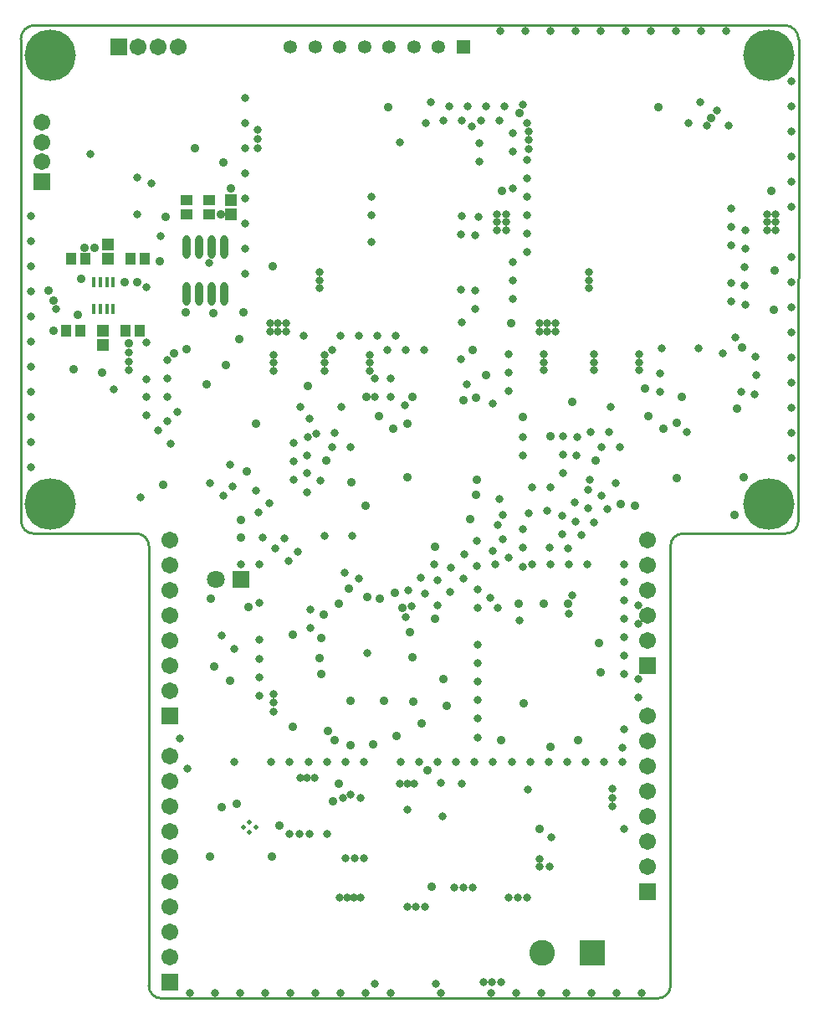
<source format=gbs>
G04*
G04 #@! TF.GenerationSoftware,Altium Limited,Altium Designer,22.10.1 (41)*
G04*
G04 Layer_Color=16711935*
%FSLAX43Y43*%
%MOMM*%
G71*
G04*
G04 #@! TF.SameCoordinates,C4451B6D-C533-4BC9-A511-8E29B532BE62*
G04*
G04*
G04 #@! TF.FilePolarity,Negative*
G04*
G01*
G75*
%ADD16C,0.254*%
%ADD63R,1.103X1.253*%
%ADD69R,1.253X1.103*%
%ADD72R,1.253X1.153*%
%ADD85C,1.803*%
%ADD86R,1.803X1.803*%
%ADD87C,1.703*%
%ADD88R,1.703X1.703*%
%ADD89C,1.352*%
%ADD90R,1.352X1.352*%
%ADD91R,1.703X1.703*%
%ADD92C,5.203*%
%ADD93R,2.603X2.603*%
%ADD94C,2.603*%
%ADD95C,0.903*%
%ADD96C,0.803*%
%ADD97C,0.500*%
%ADD119R,0.457X1.003*%
%ADD121O,0.803X2.403*%
D16*
X88225Y72400D02*
G03*
X86955Y71130I0J-1270D01*
G01*
X99923Y122377D02*
G03*
X98500Y123800I-1423J0D01*
G01*
X21230Y73670D02*
G03*
X22500Y72400I1270J0D01*
G01*
X22602Y123802D02*
G03*
X21201Y122401I0J-1401D01*
G01*
X98623Y72400D02*
G03*
X99893Y73670I0J1270D01*
G01*
X34168Y71130D02*
G03*
X32898Y72400I-1270J0D01*
G01*
X34163Y26670D02*
G03*
X35433Y25400I1270J0D01*
G01*
X85685Y25400D02*
G03*
X86955Y26670I0J1270D01*
G01*
X99893Y73670D02*
X99923Y122377D01*
X22600Y123800D02*
X98500D01*
X22500Y72400D02*
X32898D01*
X21200Y122401D02*
X21230Y73670D01*
X88225Y72400D02*
X98600D01*
X34168Y71130D02*
X34168Y26670D01*
X35433Y25400D02*
X85685Y25400D01*
X86955Y71130D02*
X86955Y26670D01*
D63*
X33725Y100150D02*
D03*
X32275D02*
D03*
X33225Y92900D02*
D03*
X31775D02*
D03*
X25775D02*
D03*
X27225D02*
D03*
X26275Y100150D02*
D03*
X27725D02*
D03*
D69*
X38000Y106125D02*
D03*
Y104675D02*
D03*
X40250Y106125D02*
D03*
Y104675D02*
D03*
D72*
X30000Y100175D02*
D03*
Y101625D02*
D03*
X29500Y92900D02*
D03*
Y91450D02*
D03*
X42500Y104675D02*
D03*
Y106125D02*
D03*
D85*
X40930Y67800D02*
D03*
D86*
X43470D02*
D03*
D87*
X23350Y112000D02*
D03*
Y110000D02*
D03*
Y114000D02*
D03*
X35100Y121650D02*
D03*
X33100D02*
D03*
X37100D02*
D03*
X84672Y71755D02*
D03*
Y69215D02*
D03*
Y66675D02*
D03*
Y64135D02*
D03*
Y61595D02*
D03*
Y53975D02*
D03*
Y51435D02*
D03*
Y48895D02*
D03*
Y46355D02*
D03*
Y43815D02*
D03*
Y41275D02*
D03*
Y38735D02*
D03*
X36322Y71755D02*
D03*
Y69215D02*
D03*
Y66675D02*
D03*
Y64135D02*
D03*
Y61595D02*
D03*
Y59055D02*
D03*
Y56515D02*
D03*
Y29591D02*
D03*
Y34671D02*
D03*
Y37211D02*
D03*
Y39751D02*
D03*
Y42291D02*
D03*
Y44831D02*
D03*
Y47371D02*
D03*
Y49911D02*
D03*
Y32131D02*
D03*
D88*
X23350Y108000D02*
D03*
X84672Y59055D02*
D03*
Y36195D02*
D03*
X36322Y53975D02*
D03*
Y27051D02*
D03*
D89*
X48500Y121600D02*
D03*
X51000D02*
D03*
X53500D02*
D03*
X56000D02*
D03*
X58500D02*
D03*
X61000D02*
D03*
X63500D02*
D03*
D90*
X66000D02*
D03*
D91*
X31100Y121650D02*
D03*
D92*
X96900Y120800D02*
D03*
X24200D02*
D03*
X96900Y75400D02*
D03*
X24200D02*
D03*
D93*
X79000Y30000D02*
D03*
D94*
X73920D02*
D03*
D95*
X97176Y107035D02*
D03*
X97476Y98999D02*
D03*
X69900Y107018D02*
D03*
X97409Y94996D02*
D03*
X43074Y45080D02*
D03*
X29400Y88700D02*
D03*
X38000Y91050D02*
D03*
X73700Y42500D02*
D03*
X41700Y109900D02*
D03*
X32100Y91600D02*
D03*
X36700Y90600D02*
D03*
X35300Y99900D02*
D03*
X37900Y94800D02*
D03*
X31700Y97800D02*
D03*
X51900Y64200D02*
D03*
X47400Y42900D02*
D03*
X41495Y44705D02*
D03*
X61800Y53200D02*
D03*
X24000Y97000D02*
D03*
X28700Y101300D02*
D03*
X42500Y107300D02*
D03*
X46700Y99400D02*
D03*
X40700Y94700D02*
D03*
X43700Y94800D02*
D03*
X35900Y104400D02*
D03*
X33000Y97800D02*
D03*
X24500Y92900D02*
D03*
X42000Y89400D02*
D03*
X40000Y87500D02*
D03*
X56200Y86225D02*
D03*
X48700Y62200D02*
D03*
X64000Y57700D02*
D03*
X59200Y51900D02*
D03*
X66700Y73900D02*
D03*
X74800Y82200D02*
D03*
X72000Y84200D02*
D03*
X93700Y85000D02*
D03*
X94200Y91200D02*
D03*
X88100Y86200D02*
D03*
X84340Y87100D02*
D03*
X81900Y75400D02*
D03*
X93400Y74300D02*
D03*
X94400Y78100D02*
D03*
X87600Y78000D02*
D03*
X60300Y83500D02*
D03*
X54700Y77600D02*
D03*
X77000Y85700D02*
D03*
X71700Y114900D02*
D03*
X87600Y83600D02*
D03*
X66900Y91000D02*
D03*
X60800Y86200D02*
D03*
X66000Y85900D02*
D03*
X67300Y86100D02*
D03*
X63100Y71100D02*
D03*
X40800Y59000D02*
D03*
X42400Y57500D02*
D03*
X43500Y72000D02*
D03*
X40400Y65800D02*
D03*
X43500Y73800D02*
D03*
X44225Y65000D02*
D03*
X35600Y77300D02*
D03*
X53400Y47100D02*
D03*
X64300Y55000D02*
D03*
X62400Y48500D02*
D03*
X52987Y51487D02*
D03*
X52800Y45300D02*
D03*
X44100Y78700D02*
D03*
X41450Y104700D02*
D03*
X38850Y111400D02*
D03*
X27350Y98200D02*
D03*
X27650Y101300D02*
D03*
X26950Y94500D02*
D03*
X26550Y89000D02*
D03*
X43300Y92100D02*
D03*
X24500Y96000D02*
D03*
X67300Y76300D02*
D03*
X67400Y77800D02*
D03*
X60300Y78100D02*
D03*
X45000Y83500D02*
D03*
X54600Y55500D02*
D03*
X60900Y55400D02*
D03*
X56124Y75183D02*
D03*
X52124Y79783D02*
D03*
X57424Y84283D02*
D03*
X58924Y82983D02*
D03*
X58424Y115483D02*
D03*
X50224Y87300D02*
D03*
X68300Y88400D02*
D03*
X70800Y93700D02*
D03*
X56300Y66000D02*
D03*
X57500Y65800D02*
D03*
X83400Y75200D02*
D03*
X86200Y83000D02*
D03*
X85700Y115500D02*
D03*
X91100Y114400D02*
D03*
X84700Y84300D02*
D03*
X79400Y79800D02*
D03*
X54600Y51000D02*
D03*
X48700Y52900D02*
D03*
X52300Y52400D02*
D03*
X63100Y63800D02*
D03*
X46600Y39700D02*
D03*
X76600Y65300D02*
D03*
X71600D02*
D03*
X74100D02*
D03*
X59075Y66424D02*
D03*
X59825Y64900D02*
D03*
X54400Y66800D02*
D03*
X53400Y65300D02*
D03*
X69800Y51500D02*
D03*
X74800Y50800D02*
D03*
X77600Y51500D02*
D03*
X56900Y51100D02*
D03*
X62800Y36700D02*
D03*
X60600Y62400D02*
D03*
X60800Y59900D02*
D03*
X51600Y61800D02*
D03*
X51440Y59806D02*
D03*
X51600Y58200D02*
D03*
X58000Y55500D02*
D03*
X79900Y58400D02*
D03*
X79700Y61300D02*
D03*
X72125Y55250D02*
D03*
X40350Y39700D02*
D03*
D96*
X84074Y25908D02*
D03*
X68834D02*
D03*
X71374D02*
D03*
X73914D02*
D03*
X81534D02*
D03*
X78994D02*
D03*
X76454D02*
D03*
X53594D02*
D03*
X56134D02*
D03*
X58674D02*
D03*
X63754D02*
D03*
X38354D02*
D03*
X40894D02*
D03*
X43434D02*
D03*
X51054D02*
D03*
X48514D02*
D03*
X45974D02*
D03*
X99187Y87630D02*
D03*
Y85090D02*
D03*
Y82550D02*
D03*
Y80010D02*
D03*
Y100330D02*
D03*
Y97790D02*
D03*
Y90170D02*
D03*
Y92710D02*
D03*
Y95250D02*
D03*
Y118110D02*
D03*
Y115570D02*
D03*
Y113030D02*
D03*
Y105410D02*
D03*
Y107950D02*
D03*
Y110490D02*
D03*
X84963Y123190D02*
D03*
X87503D02*
D03*
X90043D02*
D03*
X92583D02*
D03*
X69723D02*
D03*
X72263D02*
D03*
X74803D02*
D03*
X82423D02*
D03*
X79883D02*
D03*
X77343D02*
D03*
X89773Y91096D02*
D03*
X86033D02*
D03*
X92247Y90590D02*
D03*
X94468Y97475D02*
D03*
Y99345D02*
D03*
X56673Y106426D02*
D03*
Y104556D02*
D03*
X56709Y101910D02*
D03*
X59562Y111931D02*
D03*
X65834Y104522D02*
D03*
X65738Y102655D02*
D03*
Y97045D02*
D03*
X57038Y88110D02*
D03*
Y86240D02*
D03*
X65855Y93768D02*
D03*
X67192Y95075D02*
D03*
Y96945D02*
D03*
Y102555D02*
D03*
X67539Y104393D02*
D03*
X67627Y110001D02*
D03*
Y111871D02*
D03*
X66840Y113567D02*
D03*
X24802Y95104D02*
D03*
X52714Y91000D02*
D03*
X58324D02*
D03*
X60194D02*
D03*
X62064D02*
D03*
X66350Y87460D02*
D03*
X68731Y65879D02*
D03*
X71659Y63600D02*
D03*
X76674Y64283D02*
D03*
X76981Y66128D02*
D03*
X69000Y70625D02*
D03*
Y85585D02*
D03*
X65781Y90009D02*
D03*
X59184Y92400D02*
D03*
X57314D02*
D03*
X55444D02*
D03*
X53574D02*
D03*
X49834D02*
D03*
X62155Y113893D02*
D03*
X64004Y114173D02*
D03*
X65874D02*
D03*
X67744D02*
D03*
X69614D02*
D03*
X71000Y112917D02*
D03*
Y111047D02*
D03*
Y107307D02*
D03*
Y99827D02*
D03*
Y97957D02*
D03*
Y96087D02*
D03*
X70600Y90520D02*
D03*
Y88650D02*
D03*
Y86780D02*
D03*
Y69950D02*
D03*
X69468Y64863D02*
D03*
X72000Y69074D02*
D03*
Y70944D02*
D03*
Y72814D02*
D03*
Y80294D02*
D03*
Y82164D02*
D03*
X72400Y100834D02*
D03*
Y102704D02*
D03*
Y104574D02*
D03*
Y106444D02*
D03*
Y108314D02*
D03*
Y110184D02*
D03*
Y113924D02*
D03*
X72017Y115754D02*
D03*
X70152Y115627D02*
D03*
X68282D02*
D03*
X66412D02*
D03*
X64542D02*
D03*
X62715Y116030D02*
D03*
X88791Y113927D02*
D03*
X90634Y113611D02*
D03*
X93100Y105249D02*
D03*
Y103379D02*
D03*
Y101509D02*
D03*
Y97769D02*
D03*
Y95899D02*
D03*
X93506Y92204D02*
D03*
X94100Y86719D02*
D03*
X81386Y77492D02*
D03*
X79978Y76261D02*
D03*
X78655Y74939D02*
D03*
X77333Y73616D02*
D03*
X76011Y72294D02*
D03*
X74689Y70972D02*
D03*
X76586Y70889D02*
D03*
X77908Y72211D02*
D03*
X79231Y73534D02*
D03*
X80553Y74856D02*
D03*
X88572Y82698D02*
D03*
X95500Y86516D02*
D03*
X95575Y90255D02*
D03*
X94500Y95575D02*
D03*
Y101185D02*
D03*
Y103055D02*
D03*
X92802Y113689D02*
D03*
X91630Y115146D02*
D03*
X89991Y116047D02*
D03*
X78613Y76835D02*
D03*
X77291Y75513D02*
D03*
X75968Y74190D02*
D03*
X85873Y88605D02*
D03*
Y86735D02*
D03*
X80777Y82627D02*
D03*
X78907D02*
D03*
X69436Y73227D02*
D03*
X60180Y63971D02*
D03*
X63364Y65174D02*
D03*
X64687Y66497D02*
D03*
X66009Y67819D02*
D03*
X67331Y69141D02*
D03*
X69976Y71786D02*
D03*
X72620Y74430D02*
D03*
X74471Y74700D02*
D03*
X78800Y77808D02*
D03*
X79950Y81173D02*
D03*
X81820D02*
D03*
X76073Y82223D02*
D03*
Y80353D02*
D03*
Y78483D02*
D03*
X74812Y77102D02*
D03*
X72942Y77100D02*
D03*
X69641Y75881D02*
D03*
X63029Y69270D02*
D03*
X61707Y67947D02*
D03*
X60385Y66625D02*
D03*
X60748Y65032D02*
D03*
X62082Y66342D02*
D03*
X63404Y67664D02*
D03*
X64726Y68986D02*
D03*
X66049Y70309D02*
D03*
X67371Y71631D02*
D03*
X70016Y74275D02*
D03*
X77470Y80264D02*
D03*
X77527Y82187D02*
D03*
X80916Y85182D02*
D03*
X36001Y83801D02*
D03*
X42613Y77190D02*
D03*
X45257Y74545D02*
D03*
X47902Y71900D02*
D03*
X49224Y70578D02*
D03*
X46339Y75444D02*
D03*
X45017Y76766D02*
D03*
X37083Y84700D02*
D03*
X36000Y86224D02*
D03*
Y88094D02*
D03*
Y89964D02*
D03*
X40260Y99762D02*
D03*
X54737Y72136D02*
D03*
X58597Y88091D02*
D03*
Y86221D02*
D03*
X52939Y82610D02*
D03*
X51072Y82505D02*
D03*
X51943Y72136D02*
D03*
X55436Y67878D02*
D03*
X51551Y77790D02*
D03*
X52674Y81156D02*
D03*
X54544D02*
D03*
X60051Y85334D02*
D03*
X49482Y85169D02*
D03*
X48797Y81559D02*
D03*
Y79689D02*
D03*
Y77819D02*
D03*
X54012Y68478D02*
D03*
X50165Y76581D02*
D03*
Y78486D02*
D03*
Y80264D02*
D03*
X50251Y82170D02*
D03*
X50403Y84033D02*
D03*
X53640Y85165D02*
D03*
X32942Y108398D02*
D03*
X33020Y104648D02*
D03*
X33873Y97337D02*
D03*
X33909Y91694D02*
D03*
Y88011D02*
D03*
Y86233D02*
D03*
Y84328D02*
D03*
X35070Y82802D02*
D03*
X36392Y81480D02*
D03*
X40359Y77513D02*
D03*
X41681Y76190D02*
D03*
X45720Y72009D02*
D03*
X46989Y70921D02*
D03*
X48312Y69598D02*
D03*
X50500Y64749D02*
D03*
X50545Y62879D02*
D03*
X35327Y102449D02*
D03*
X34382Y107808D02*
D03*
X42418Y79375D02*
D03*
X43942Y116459D02*
D03*
Y98679D02*
D03*
Y113919D02*
D03*
Y111379D02*
D03*
Y108839D02*
D03*
Y101219D02*
D03*
Y103759D02*
D03*
Y106299D02*
D03*
X22225Y94361D02*
D03*
Y96901D02*
D03*
Y99441D02*
D03*
Y104521D02*
D03*
Y101981D02*
D03*
Y86741D02*
D03*
Y89281D02*
D03*
Y91821D02*
D03*
Y84201D02*
D03*
Y81661D02*
D03*
Y79121D02*
D03*
X41500Y62100D02*
D03*
X72600Y113100D02*
D03*
Y112200D02*
D03*
Y111300D02*
D03*
X42800Y60700D02*
D03*
X55600Y45700D02*
D03*
X95600Y88400D02*
D03*
X81100Y46600D02*
D03*
Y45700D02*
D03*
Y44800D02*
D03*
X66900Y36600D02*
D03*
X66000D02*
D03*
X65100D02*
D03*
X69800Y27000D02*
D03*
X68900D02*
D03*
X68000D02*
D03*
X45200Y111400D02*
D03*
Y112300D02*
D03*
Y113200D02*
D03*
X32100Y88900D02*
D03*
Y89800D02*
D03*
Y90700D02*
D03*
X46800Y56200D02*
D03*
Y55300D02*
D03*
Y54400D02*
D03*
X54600Y46000D02*
D03*
X53800Y45700D02*
D03*
X54100Y39600D02*
D03*
X55000D02*
D03*
X55900D02*
D03*
X60300Y34700D02*
D03*
X61200D02*
D03*
X62100D02*
D03*
X72400Y35600D02*
D03*
X71500D02*
D03*
X70600D02*
D03*
X82300Y42500D02*
D03*
X74900Y41700D02*
D03*
X72500Y46500D02*
D03*
X63700Y47200D02*
D03*
X65800Y47100D02*
D03*
X48400Y42000D02*
D03*
X52200D02*
D03*
X50400D02*
D03*
X49400D02*
D03*
X63200Y26900D02*
D03*
X57000D02*
D03*
X60300Y44500D02*
D03*
X63900Y43800D02*
D03*
X56250Y60350D02*
D03*
X42825Y49273D02*
D03*
X46550Y49300D02*
D03*
X45373Y56020D02*
D03*
Y57890D02*
D03*
Y59760D02*
D03*
Y61630D02*
D03*
Y65370D02*
D03*
Y69273D02*
D03*
X43503D02*
D03*
X33300Y76100D02*
D03*
X28250Y110800D02*
D03*
X30650Y87000D02*
D03*
X38100Y48600D02*
D03*
X63395Y49273D02*
D03*
X72745D02*
D03*
X69183Y69273D02*
D03*
X69005Y49273D02*
D03*
X61525D02*
D03*
X50299Y49279D02*
D03*
X80225Y49273D02*
D03*
X65265D02*
D03*
X76485D02*
D03*
X82273Y52584D02*
D03*
X54039Y49279D02*
D03*
X83727Y65145D02*
D03*
X82095Y49273D02*
D03*
X55915D02*
D03*
X67427Y59279D02*
D03*
X70875Y49273D02*
D03*
X82273Y63804D02*
D03*
X67427Y53669D02*
D03*
X82050Y50727D02*
D03*
X82273Y67544D02*
D03*
X83727Y63275D02*
D03*
X78533Y69273D02*
D03*
X67427Y55539D02*
D03*
X83727Y55795D02*
D03*
X52169Y49279D02*
D03*
X67427Y57409D02*
D03*
X72923Y69273D02*
D03*
X74793D02*
D03*
X67427Y64889D02*
D03*
Y61149D02*
D03*
Y66759D02*
D03*
X48429Y49279D02*
D03*
X82273Y69273D02*
D03*
Y60064D02*
D03*
Y61934D02*
D03*
X67427Y51799D02*
D03*
X82273Y58194D02*
D03*
X74615Y49273D02*
D03*
X83727Y57665D02*
D03*
X82273Y65674D02*
D03*
X59655Y49273D02*
D03*
X78355D02*
D03*
X67135D02*
D03*
X76663Y69273D02*
D03*
X37273Y51713D02*
D03*
X70324Y103883D02*
D03*
Y104683D02*
D03*
X69424Y103083D02*
D03*
Y103883D02*
D03*
X70324Y103083D02*
D03*
X69424Y104683D02*
D03*
X46424Y92783D02*
D03*
X46824Y88883D02*
D03*
Y89683D02*
D03*
X47224Y93683D02*
D03*
Y92783D02*
D03*
X48024D02*
D03*
X46424Y93683D02*
D03*
X46824Y90483D02*
D03*
X51432Y97212D02*
D03*
Y98012D02*
D03*
Y98812D02*
D03*
X48024Y93683D02*
D03*
X56524Y89683D02*
D03*
Y90483D02*
D03*
Y88883D02*
D03*
X51924Y89683D02*
D03*
Y88883D02*
D03*
Y90483D02*
D03*
X96700Y104700D02*
D03*
Y103900D02*
D03*
X97600Y103100D02*
D03*
X96700D02*
D03*
X97600Y104700D02*
D03*
Y103900D02*
D03*
X75300Y93700D02*
D03*
Y92800D02*
D03*
X74500D02*
D03*
Y93700D02*
D03*
X79200Y88900D02*
D03*
Y89700D02*
D03*
X74100D02*
D03*
Y88900D02*
D03*
X78707Y98829D02*
D03*
X74100Y90500D02*
D03*
X73700Y92800D02*
D03*
Y93700D02*
D03*
X78707Y97229D02*
D03*
X83800Y90500D02*
D03*
Y89700D02*
D03*
Y88900D02*
D03*
X78707Y98029D02*
D03*
X79200Y90500D02*
D03*
X94900Y120900D02*
D03*
X98900D02*
D03*
X96900Y118900D02*
D03*
Y122900D02*
D03*
X95503Y119503D02*
D03*
Y122297D02*
D03*
X98297Y119503D02*
D03*
Y122297D02*
D03*
X49500Y47700D02*
D03*
X50200D02*
D03*
X50900D02*
D03*
X53500Y35600D02*
D03*
X54200D02*
D03*
X54900D02*
D03*
X55600D02*
D03*
X25597Y122197D02*
D03*
Y119403D02*
D03*
X22803Y122197D02*
D03*
Y119403D02*
D03*
X24200Y122800D02*
D03*
Y118800D02*
D03*
X26200Y120800D02*
D03*
X22200D02*
D03*
X98297Y76797D02*
D03*
Y74003D02*
D03*
X95503Y76797D02*
D03*
Y74003D02*
D03*
X96900Y77400D02*
D03*
Y73400D02*
D03*
X98900Y75400D02*
D03*
X94900D02*
D03*
X25597Y76797D02*
D03*
Y74003D02*
D03*
X22803Y76797D02*
D03*
Y74003D02*
D03*
X24200Y77400D02*
D03*
Y73400D02*
D03*
X26200Y75400D02*
D03*
X22200D02*
D03*
X61000Y47100D02*
D03*
X60300D02*
D03*
X59600D02*
D03*
X74700Y38700D02*
D03*
X73700Y39500D02*
D03*
Y38700D02*
D03*
D97*
X44975Y42700D02*
D03*
X43725D02*
D03*
X44350Y42200D02*
D03*
Y43200D02*
D03*
D119*
X30550Y97804D02*
D03*
X29900D02*
D03*
X29250D02*
D03*
X28600D02*
D03*
Y95150D02*
D03*
X29250D02*
D03*
X29900D02*
D03*
X30550D02*
D03*
D121*
X41750Y96600D02*
D03*
X40480D02*
D03*
X39210D02*
D03*
X37940D02*
D03*
X41750Y101400D02*
D03*
X40480D02*
D03*
X39210D02*
D03*
X37940D02*
D03*
M02*

</source>
